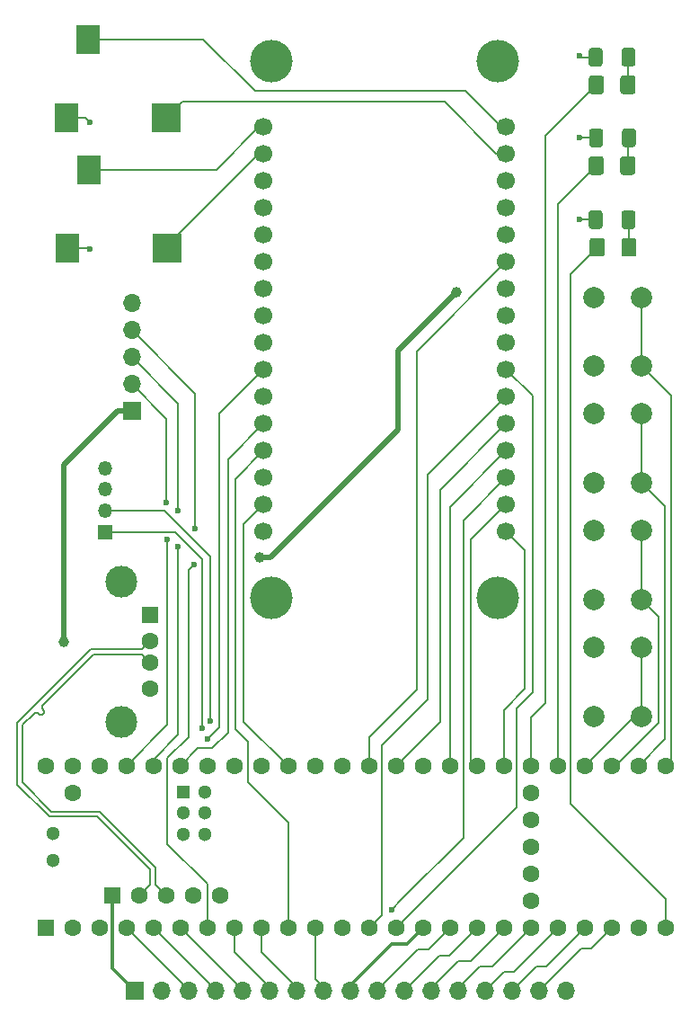
<source format=gbr>
%TF.GenerationSoftware,KiCad,Pcbnew,5.1.8-db9833491~87~ubuntu20.04.1*%
%TF.CreationDate,2020-11-22T18:04:31+08:00*%
%TF.ProjectId,mobo,6d6f626f-2e6b-4696-9361-645f70636258,rev?*%
%TF.SameCoordinates,Original*%
%TF.FileFunction,Copper,L1,Top*%
%TF.FilePolarity,Positive*%
%FSLAX46Y46*%
G04 Gerber Fmt 4.6, Leading zero omitted, Abs format (unit mm)*
G04 Created by KiCad (PCBNEW 5.1.8-db9833491~87~ubuntu20.04.1) date 2020-11-22 18:04:31*
%MOMM*%
%LPD*%
G01*
G04 APERTURE LIST*
%TA.AperFunction,ComponentPad*%
%ADD10O,1.700000X1.700000*%
%TD*%
%TA.AperFunction,ComponentPad*%
%ADD11R,1.700000X1.700000*%
%TD*%
%TA.AperFunction,ComponentPad*%
%ADD12C,2.000000*%
%TD*%
%TA.AperFunction,ComponentPad*%
%ADD13O,1.350000X1.350000*%
%TD*%
%TA.AperFunction,ComponentPad*%
%ADD14R,1.350000X1.350000*%
%TD*%
%TA.AperFunction,SMDPad,CuDef*%
%ADD15R,2.200000X2.800000*%
%TD*%
%TA.AperFunction,SMDPad,CuDef*%
%ADD16R,2.800000X2.800000*%
%TD*%
%TA.AperFunction,ComponentPad*%
%ADD17C,1.600000*%
%TD*%
%TA.AperFunction,ComponentPad*%
%ADD18R,1.500000X1.600000*%
%TD*%
%TA.AperFunction,ComponentPad*%
%ADD19C,3.000000*%
%TD*%
%TA.AperFunction,ComponentPad*%
%ADD20C,1.700000*%
%TD*%
%TA.AperFunction,ComponentPad*%
%ADD21C,4.000000*%
%TD*%
%TA.AperFunction,ComponentPad*%
%ADD22C,1.300000*%
%TD*%
%TA.AperFunction,ComponentPad*%
%ADD23R,1.300000X1.300000*%
%TD*%
%TA.AperFunction,ComponentPad*%
%ADD24R,1.600000X1.600000*%
%TD*%
%TA.AperFunction,ViaPad*%
%ADD25C,0.600000*%
%TD*%
%TA.AperFunction,ViaPad*%
%ADD26C,1.000000*%
%TD*%
%TA.AperFunction,Conductor*%
%ADD27C,0.203200*%
%TD*%
%TA.AperFunction,Conductor*%
%ADD28C,0.200000*%
%TD*%
%TA.AperFunction,Conductor*%
%ADD29C,0.304800*%
%TD*%
%TA.AperFunction,Conductor*%
%ADD30C,0.508000*%
%TD*%
G04 APERTURE END LIST*
%TO.P,R3,2*%
%TO.N,GND*%
%TA.AperFunction,SMDPad,CuDef*%
G36*
G01*
X70300000Y-16775000D02*
X70300000Y-18025000D01*
G75*
G02*
X70050000Y-18275000I-250000J0D01*
G01*
X69250000Y-18275000D01*
G75*
G02*
X69000000Y-18025000I0J250000D01*
G01*
X69000000Y-16775000D01*
G75*
G02*
X69250000Y-16525000I250000J0D01*
G01*
X70050000Y-16525000D01*
G75*
G02*
X70300000Y-16775000I0J-250000D01*
G01*
G37*
%TD.AperFunction*%
%TO.P,R3,1*%
%TO.N,Net-(D3-Pad1)*%
%TA.AperFunction,SMDPad,CuDef*%
G36*
G01*
X73400000Y-16775000D02*
X73400000Y-18025000D01*
G75*
G02*
X73150000Y-18275000I-250000J0D01*
G01*
X72350000Y-18275000D01*
G75*
G02*
X72100000Y-18025000I0J250000D01*
G01*
X72100000Y-16775000D01*
G75*
G02*
X72350000Y-16525000I250000J0D01*
G01*
X73150000Y-16525000D01*
G75*
G02*
X73400000Y-16775000I0J-250000D01*
G01*
G37*
%TD.AperFunction*%
%TD*%
%TO.P,D3,2*%
%TO.N,/LED_B*%
%TA.AperFunction,SMDPad,CuDef*%
G36*
G01*
X70435000Y-19375000D02*
X70435000Y-20625000D01*
G75*
G02*
X70185000Y-20875000I-250000J0D01*
G01*
X69260000Y-20875000D01*
G75*
G02*
X69010000Y-20625000I0J250000D01*
G01*
X69010000Y-19375000D01*
G75*
G02*
X69260000Y-19125000I250000J0D01*
G01*
X70185000Y-19125000D01*
G75*
G02*
X70435000Y-19375000I0J-250000D01*
G01*
G37*
%TD.AperFunction*%
%TO.P,D3,1*%
%TO.N,Net-(D3-Pad1)*%
%TA.AperFunction,SMDPad,CuDef*%
G36*
G01*
X73410000Y-19375000D02*
X73410000Y-20625000D01*
G75*
G02*
X73160000Y-20875000I-250000J0D01*
G01*
X72235000Y-20875000D01*
G75*
G02*
X71985000Y-20625000I0J250000D01*
G01*
X71985000Y-19375000D01*
G75*
G02*
X72235000Y-19125000I250000J0D01*
G01*
X73160000Y-19125000D01*
G75*
G02*
X73410000Y-19375000I0J-250000D01*
G01*
G37*
%TD.AperFunction*%
%TD*%
%TO.P,R2,2*%
%TO.N,GND*%
%TA.AperFunction,SMDPad,CuDef*%
G36*
G01*
X70350000Y-24375000D02*
X70350000Y-25625000D01*
G75*
G02*
X70100000Y-25875000I-250000J0D01*
G01*
X69300000Y-25875000D01*
G75*
G02*
X69050000Y-25625000I0J250000D01*
G01*
X69050000Y-24375000D01*
G75*
G02*
X69300000Y-24125000I250000J0D01*
G01*
X70100000Y-24125000D01*
G75*
G02*
X70350000Y-24375000I0J-250000D01*
G01*
G37*
%TD.AperFunction*%
%TO.P,R2,1*%
%TO.N,Net-(D2-Pad1)*%
%TA.AperFunction,SMDPad,CuDef*%
G36*
G01*
X73450000Y-24375000D02*
X73450000Y-25625000D01*
G75*
G02*
X73200000Y-25875000I-250000J0D01*
G01*
X72400000Y-25875000D01*
G75*
G02*
X72150000Y-25625000I0J250000D01*
G01*
X72150000Y-24375000D01*
G75*
G02*
X72400000Y-24125000I250000J0D01*
G01*
X73200000Y-24125000D01*
G75*
G02*
X73450000Y-24375000I0J-250000D01*
G01*
G37*
%TD.AperFunction*%
%TD*%
%TO.P,R1,2*%
%TO.N,GND*%
%TA.AperFunction,SMDPad,CuDef*%
G36*
G01*
X70300000Y-32075000D02*
X70300000Y-33325000D01*
G75*
G02*
X70050000Y-33575000I-250000J0D01*
G01*
X69250000Y-33575000D01*
G75*
G02*
X69000000Y-33325000I0J250000D01*
G01*
X69000000Y-32075000D01*
G75*
G02*
X69250000Y-31825000I250000J0D01*
G01*
X70050000Y-31825000D01*
G75*
G02*
X70300000Y-32075000I0J-250000D01*
G01*
G37*
%TD.AperFunction*%
%TO.P,R1,1*%
%TO.N,Net-(D1-Pad1)*%
%TA.AperFunction,SMDPad,CuDef*%
G36*
G01*
X73400000Y-32075000D02*
X73400000Y-33325000D01*
G75*
G02*
X73150000Y-33575000I-250000J0D01*
G01*
X72350000Y-33575000D01*
G75*
G02*
X72100000Y-33325000I0J250000D01*
G01*
X72100000Y-32075000D01*
G75*
G02*
X72350000Y-31825000I250000J0D01*
G01*
X73150000Y-31825000D01*
G75*
G02*
X73400000Y-32075000I0J-250000D01*
G01*
G37*
%TD.AperFunction*%
%TD*%
%TO.P,D2,2*%
%TO.N,/LED_G*%
%TA.AperFunction,SMDPad,CuDef*%
G36*
G01*
X70425000Y-26985000D02*
X70425000Y-28235000D01*
G75*
G02*
X70175000Y-28485000I-250000J0D01*
G01*
X69250000Y-28485000D01*
G75*
G02*
X69000000Y-28235000I0J250000D01*
G01*
X69000000Y-26985000D01*
G75*
G02*
X69250000Y-26735000I250000J0D01*
G01*
X70175000Y-26735000D01*
G75*
G02*
X70425000Y-26985000I0J-250000D01*
G01*
G37*
%TD.AperFunction*%
%TO.P,D2,1*%
%TO.N,Net-(D2-Pad1)*%
%TA.AperFunction,SMDPad,CuDef*%
G36*
G01*
X73400000Y-26985000D02*
X73400000Y-28235000D01*
G75*
G02*
X73150000Y-28485000I-250000J0D01*
G01*
X72225000Y-28485000D01*
G75*
G02*
X71975000Y-28235000I0J250000D01*
G01*
X71975000Y-26985000D01*
G75*
G02*
X72225000Y-26735000I250000J0D01*
G01*
X73150000Y-26735000D01*
G75*
G02*
X73400000Y-26985000I0J-250000D01*
G01*
G37*
%TD.AperFunction*%
%TD*%
%TO.P,D1,2*%
%TO.N,/LED_R*%
%TA.AperFunction,SMDPad,CuDef*%
G36*
G01*
X70525000Y-34675000D02*
X70525000Y-35925000D01*
G75*
G02*
X70275000Y-36175000I-250000J0D01*
G01*
X69350000Y-36175000D01*
G75*
G02*
X69100000Y-35925000I0J250000D01*
G01*
X69100000Y-34675000D01*
G75*
G02*
X69350000Y-34425000I250000J0D01*
G01*
X70275000Y-34425000D01*
G75*
G02*
X70525000Y-34675000I0J-250000D01*
G01*
G37*
%TD.AperFunction*%
%TO.P,D1,1*%
%TO.N,Net-(D1-Pad1)*%
%TA.AperFunction,SMDPad,CuDef*%
G36*
G01*
X73500000Y-34675000D02*
X73500000Y-35925000D01*
G75*
G02*
X73250000Y-36175000I-250000J0D01*
G01*
X72325000Y-36175000D01*
G75*
G02*
X72075000Y-35925000I0J250000D01*
G01*
X72075000Y-34675000D01*
G75*
G02*
X72325000Y-34425000I250000J0D01*
G01*
X73250000Y-34425000D01*
G75*
G02*
X73500000Y-34675000I0J-250000D01*
G01*
G37*
%TD.AperFunction*%
%TD*%
D10*
%TO.P,J6,17*%
%TO.N,GND*%
X66840000Y-105300000D03*
%TO.P,J6,16*%
%TO.N,/GPIO30*%
X64300000Y-105300000D03*
%TO.P,J6,15*%
%TO.N,/GPIO29*%
X61760000Y-105300000D03*
%TO.P,J6,14*%
%TO.N,/GPIO28*%
X59220000Y-105300000D03*
%TO.P,J6,13*%
%TO.N,/GPIO27*%
X56680000Y-105300000D03*
%TO.P,J6,12*%
%TO.N,/GPIO26*%
X54140000Y-105300000D03*
%TO.P,J6,11*%
%TO.N,/GPIO25*%
X51600000Y-105300000D03*
%TO.P,J6,10*%
%TO.N,/GPIO24*%
X49060000Y-105300000D03*
%TO.P,J6,9*%
%TO.N,/3V3_GPIO*%
X46520000Y-105300000D03*
%TO.P,J6,8*%
%TO.N,/GPIO9*%
X43980000Y-105300000D03*
%TO.P,J6,7*%
%TO.N,/GPIO7*%
X41440000Y-105300000D03*
%TO.P,J6,6*%
%TO.N,/GPIO6*%
X38900000Y-105300000D03*
%TO.P,J6,5*%
%TO.N,/GPIO4*%
X36360000Y-105300000D03*
%TO.P,J6,4*%
%TO.N,/GPIO3*%
X33820000Y-105300000D03*
%TO.P,J6,3*%
%TO.N,/GPIO2*%
X31280000Y-105300000D03*
%TO.P,J6,2*%
%TO.N,GND*%
X28740000Y-105300000D03*
D11*
%TO.P,J6,1*%
%TO.N,+5V*%
X26200000Y-105300000D03*
%TD*%
D12*
%TO.P,SW4,1*%
%TO.N,/SW4*%
X74000000Y-46500000D03*
%TO.P,SW4,2*%
%TO.N,GND*%
X69500000Y-46500000D03*
%TO.P,SW4,1*%
%TO.N,/SW4*%
X74000000Y-40000000D03*
%TO.P,SW4,2*%
%TO.N,GND*%
X69500000Y-40000000D03*
%TD*%
D10*
%TO.P,J5,5*%
%TO.N,GND*%
X25940000Y-40560000D03*
%TO.P,J5,4*%
%TO.N,/PIT_SEL*%
X25940000Y-43100000D03*
%TO.P,J5,3*%
%TO.N,/PIT_YOUT*%
X25940000Y-45640000D03*
%TO.P,J5,2*%
%TO.N,/PIT_XOUT*%
X25940000Y-48180000D03*
D11*
%TO.P,J5,1*%
%TO.N,+3V3*%
X25940000Y-50720000D03*
%TD*%
D13*
%TO.P,J4,4*%
%TO.N,GND*%
X23400000Y-56100000D03*
%TO.P,J4,3*%
%TO.N,+5V*%
X23400000Y-58100000D03*
%TO.P,J4,2*%
%TO.N,/LCD_SDA*%
X23400000Y-60100000D03*
D14*
%TO.P,J4,1*%
%TO.N,/LCD_SCL*%
X23400000Y-62100000D03*
%TD*%
D12*
%TO.P,SW3,1*%
%TO.N,/SW3*%
X74000000Y-57500000D03*
%TO.P,SW3,2*%
%TO.N,GND*%
X69500000Y-57500000D03*
%TO.P,SW3,1*%
%TO.N,/SW3*%
X74000000Y-51000000D03*
%TO.P,SW3,2*%
%TO.N,GND*%
X69500000Y-51000000D03*
%TD*%
%TO.P,SW2,1*%
%TO.N,/SW2*%
X74000000Y-68500000D03*
%TO.P,SW2,2*%
%TO.N,GND*%
X69500000Y-68500000D03*
%TO.P,SW2,1*%
%TO.N,/SW2*%
X74000000Y-62000000D03*
%TO.P,SW2,2*%
%TO.N,GND*%
X69500000Y-62000000D03*
%TD*%
%TO.P,SW1,1*%
%TO.N,/SW1*%
X74000000Y-79500000D03*
%TO.P,SW1,2*%
%TO.N,GND*%
X69500000Y-79500000D03*
%TO.P,SW1,1*%
%TO.N,/SW1*%
X74000000Y-73000000D03*
%TO.P,SW1,2*%
%TO.N,GND*%
X69500000Y-73000000D03*
%TD*%
D15*
%TO.P,J3,R*%
%TO.N,/LINEIN_R*%
X21900000Y-28000000D03*
%TO.P,J3,S*%
%TO.N,GNDA*%
X19900000Y-35400000D03*
D16*
%TO.P,J3,T*%
%TO.N,/LINEIN_L*%
X29300000Y-35400000D03*
%TD*%
D15*
%TO.P,J2,R*%
%TO.N,/LINEOUT_R*%
X21800000Y-15700000D03*
%TO.P,J2,S*%
%TO.N,GNDA*%
X19800000Y-23100000D03*
D16*
%TO.P,J2,T*%
%TO.N,/LINEOUT_L*%
X29200000Y-23100000D03*
%TD*%
D17*
%TO.P,J1,4*%
%TO.N,GND*%
X27700000Y-76900000D03*
%TO.P,J1,3*%
%TO.N,/USBH_DP*%
X27700000Y-74400000D03*
%TO.P,J1,2*%
%TO.N,/USBH_DN*%
X27700000Y-72400000D03*
D18*
%TO.P,J1,1*%
%TO.N,+5V*%
X27700000Y-69900000D03*
D19*
%TO.P,J1,5*%
%TO.N,GND*%
X24990000Y-79970000D03*
X24990000Y-66830000D03*
%TD*%
D20*
%TO.P,U2,1*%
%TO.N,/LINEIN_R*%
X38370000Y-23950000D03*
%TO.P,U2,2*%
%TO.N,/LINEIN_L*%
X38370000Y-26490000D03*
%TO.P,U2,3*%
%TO.N,Net-(U2-Pad3)*%
X38370000Y-29030000D03*
%TO.P,U2,4*%
%TO.N,GNDA*%
X38370000Y-31570000D03*
%TO.P,U2,5*%
%TO.N,Net-(U2-Pad5)*%
X38370000Y-34110000D03*
%TO.P,U2,6*%
%TO.N,Net-(U2-Pad6)*%
X38370000Y-36650000D03*
%TO.P,U2,7*%
%TO.N,Net-(U2-Pad7)*%
X38370000Y-39190000D03*
%TO.P,U2,8*%
%TO.N,Net-(U2-Pad8)*%
X38370000Y-41730000D03*
%TO.P,U2,9*%
%TO.N,Net-(U2-Pad9)*%
X38370000Y-44270000D03*
%TO.P,U2,10*%
%TO.N,/I2S_LRCLK*%
X38370000Y-46810000D03*
%TO.P,U2,11*%
%TO.N,Net-(U2-Pad11)*%
X38370000Y-49350000D03*
%TO.P,U2,12*%
%TO.N,/I2S_SCK*%
X38370000Y-51890000D03*
%TO.P,U2,13*%
%TO.N,/I2S_DATA*%
X38370000Y-54430000D03*
%TO.P,U2,14*%
%TO.N,Net-(U2-Pad14)*%
X38370000Y-56970000D03*
%TO.P,U2,15*%
%TO.N,/MIDI_TX*%
X38370000Y-59510000D03*
%TO.P,U2,16*%
%TO.N,Net-(U2-Pad16)*%
X38370000Y-62050000D03*
%TO.P,U2,32*%
%TO.N,/LINEOUT_R*%
X61230000Y-23950000D03*
%TO.P,U2,31*%
%TO.N,/LINEOUT_L*%
X61230000Y-26490000D03*
%TO.P,U2,30*%
%TO.N,GNDA*%
X61230000Y-29030000D03*
%TO.P,U2,29*%
X61230000Y-31570000D03*
%TO.P,U2,28*%
%TO.N,GND*%
X61230000Y-34110000D03*
%TO.P,U2,27*%
%TO.N,/VS_DREQ*%
X61230000Y-36650000D03*
%TO.P,U2,26*%
%TO.N,+5V*%
X61230000Y-39190000D03*
%TO.P,U2,25*%
%TO.N,Net-(U2-Pad25)*%
X61230000Y-41730000D03*
%TO.P,U2,24*%
%TO.N,GND*%
X61230000Y-44270000D03*
%TO.P,U2,23*%
%TO.N,/SPI_MISO*%
X61230000Y-46810000D03*
%TO.P,U2,22*%
%TO.N,/SPI_MOSI*%
X61230000Y-49350000D03*
%TO.P,U2,21*%
%TO.N,/SPI_SCK*%
X61230000Y-51890000D03*
%TO.P,U2,20*%
%TO.N,/VS_RST*%
X61230000Y-54430000D03*
%TO.P,U2,19*%
%TO.N,/SPI_CS*%
X61230000Y-56970000D03*
%TO.P,U2,18*%
%TO.N,/SPI_SDCS*%
X61230000Y-59510000D03*
%TO.P,U2,17*%
%TO.N,/SPI_XDCS*%
X61230000Y-62050000D03*
D21*
%TO.P,U2,M1*%
%TO.N,N/C*%
X39132000Y-17727000D03*
%TO.P,U2,M2*%
X39132000Y-68273000D03*
%TO.P,U2,M4*%
X60468000Y-17727000D03*
%TO.P,U2,M3*%
X60468000Y-68273000D03*
%TD*%
D22*
%TO.P,U1,67*%
%TO.N,Net-(U1-Pad67)*%
X18550000Y-90490000D03*
%TO.P,U1,66*%
%TO.N,Net-(U1-Pad66)*%
X18550000Y-93030000D03*
D17*
%TO.P,U1,54*%
%TO.N,Net-(U1-Pad54)*%
X63540000Y-86680000D03*
%TO.P,U1,53*%
%TO.N,Net-(U1-Pad53)*%
X63540000Y-89220000D03*
%TO.P,U1,52*%
%TO.N,GND*%
X63540000Y-91760000D03*
%TO.P,U1,51*%
%TO.N,Net-(U1-Pad51)*%
X63540000Y-94300000D03*
%TO.P,U1,50*%
%TO.N,Net-(U1-Pad50)*%
X63540000Y-96840000D03*
D22*
%TO.P,U1,62*%
%TO.N,Net-(U1-Pad62)*%
X30790000Y-90578400D03*
%TO.P,U1,63*%
%TO.N,Net-(U1-Pad63)*%
X32790000Y-90578400D03*
%TO.P,U1,64*%
%TO.N,GND*%
X32790000Y-88578400D03*
%TO.P,U1,61*%
%TO.N,Net-(U1-Pad61)*%
X30790000Y-88578400D03*
%TO.P,U1,65*%
%TO.N,Net-(U1-Pad65)*%
X32790000Y-86578400D03*
D23*
%TO.P,U1,60*%
%TO.N,Net-(U1-Pad60)*%
X30790000Y-86578400D03*
D17*
%TO.P,U1,17*%
%TO.N,/GPIO25*%
X58460000Y-99380000D03*
%TO.P,U1,18*%
%TO.N,/GPIO26*%
X61000000Y-99380000D03*
%TO.P,U1,19*%
%TO.N,/GPIO27*%
X63540000Y-99380000D03*
%TO.P,U1,20*%
%TO.N,/GPIO28*%
X66080000Y-99380000D03*
%TO.P,U1,16*%
%TO.N,/GPIO24*%
X55920000Y-99380000D03*
%TO.P,U1,15*%
%TO.N,/3V3_GPIO*%
X53380000Y-99380000D03*
%TO.P,U1,14*%
%TO.N,/SPI_MISO*%
X50840000Y-99380000D03*
%TO.P,U1,21*%
%TO.N,/GPIO29*%
X68620000Y-99380000D03*
%TO.P,U1,22*%
%TO.N,/GPIO30*%
X71160000Y-99380000D03*
%TO.P,U1,23*%
%TO.N,Net-(U1-Pad23)*%
X73700000Y-99380000D03*
%TO.P,U1,24*%
%TO.N,/LED_R*%
X76240000Y-99380000D03*
%TO.P,U1,25*%
%TO.N,/SW4*%
X76240000Y-84140000D03*
%TO.P,U1,26*%
%TO.N,/SW3*%
X73700000Y-84140000D03*
%TO.P,U1,27*%
%TO.N,/SW2*%
X71160000Y-84140000D03*
%TO.P,U1,28*%
%TO.N,/SW1*%
X68620000Y-84140000D03*
%TO.P,U1,29*%
%TO.N,/LED_G*%
X66080000Y-84140000D03*
%TO.P,U1,30*%
%TO.N,/LED_B*%
X63540000Y-84140000D03*
%TO.P,U1,31*%
%TO.N,/SPI_XDCS*%
X61000000Y-84140000D03*
%TO.P,U1,32*%
%TO.N,/SPI_SDCS*%
X58460000Y-84140000D03*
%TO.P,U1,33*%
%TO.N,/VS_RST*%
X55920000Y-84140000D03*
%TO.P,U1,34*%
%TO.N,GND*%
X53380000Y-84140000D03*
%TO.P,U1,13*%
%TO.N,/SPI_MOSI*%
X48300000Y-99380000D03*
%TO.P,U1,12*%
%TO.N,/SPI_CS*%
X45760000Y-99380000D03*
%TO.P,U1,11*%
%TO.N,/GPIO9*%
X43220000Y-99380000D03*
%TO.P,U1,10*%
%TO.N,/I2S_DATA*%
X40680000Y-99380000D03*
%TO.P,U1,9*%
%TO.N,/GPIO7*%
X38140000Y-99380000D03*
%TO.P,U1,8*%
%TO.N,/GPIO6*%
X35600000Y-99380000D03*
%TO.P,U1,7*%
%TO.N,/PIT_SEL*%
X33060000Y-99380000D03*
%TO.P,U1,6*%
%TO.N,/GPIO4*%
X30520000Y-99380000D03*
%TO.P,U1,5*%
%TO.N,/GPIO3*%
X27980000Y-99380000D03*
%TO.P,U1,4*%
%TO.N,/GPIO2*%
X25440000Y-99380000D03*
%TO.P,U1,3*%
%TO.N,Net-(U1-Pad3)*%
X22900000Y-99380000D03*
%TO.P,U1,2*%
%TO.N,Net-(U1-Pad2)*%
X20360000Y-99380000D03*
D24*
%TO.P,U1,1*%
%TO.N,GND*%
X17820000Y-99380000D03*
D17*
%TO.P,U1,35*%
%TO.N,/SPI_SCK*%
X50840000Y-84140000D03*
%TO.P,U1,36*%
%TO.N,/VS_DREQ*%
X48300000Y-84140000D03*
%TO.P,U1,37*%
%TO.N,Net-(U1-Pad37)*%
X45760000Y-84140000D03*
%TO.P,U1,38*%
%TO.N,Net-(U1-Pad38)*%
X43220000Y-84140000D03*
%TO.P,U1,39*%
%TO.N,/MIDI_TX*%
X40680000Y-84140000D03*
%TO.P,U1,40*%
%TO.N,/LCD_SDA*%
X38140000Y-84140000D03*
%TO.P,U1,41*%
%TO.N,/LCD_SCL*%
X35600000Y-84140000D03*
%TO.P,U1,42*%
%TO.N,/I2S_LRCLK*%
X33060000Y-84140000D03*
%TO.P,U1,43*%
%TO.N,/I2S_SCK*%
X30520000Y-84140000D03*
%TO.P,U1,44*%
%TO.N,/PIT_YOUT*%
X27980000Y-84140000D03*
%TO.P,U1,45*%
%TO.N,/PIT_XOUT*%
X25440000Y-84140000D03*
%TO.P,U1,46*%
%TO.N,+3V3*%
X22900000Y-84140000D03*
%TO.P,U1,47*%
%TO.N,GND*%
X20360000Y-84140000D03*
%TO.P,U1,48*%
%TO.N,+5V*%
X17820000Y-84140000D03*
D24*
%TO.P,U1,55*%
X24119200Y-96329200D03*
D17*
%TO.P,U1,56*%
%TO.N,/USBH_DN*%
X26659200Y-96329200D03*
%TO.P,U1,57*%
%TO.N,/USBH_DP*%
X29199200Y-96329200D03*
%TO.P,U1,58*%
%TO.N,GND*%
X31739200Y-96329200D03*
%TO.P,U1,59*%
X34279200Y-96329200D03*
%TO.P,U1,49*%
%TO.N,Net-(U1-Pad49)*%
X20360000Y-86680000D03*
%TD*%
D25*
%TO.N,GND*%
X68100000Y-17300000D03*
X68100000Y-25000000D03*
X68100000Y-32700000D03*
D26*
%TO.N,+5V*%
X38000000Y-64500000D03*
X56500000Y-39500000D03*
D25*
%TO.N,/SPI_CS*%
X50400000Y-97700000D03*
%TO.N,/LCD_SCL*%
X32600000Y-80600000D03*
%TO.N,/LCD_SDA*%
X33300000Y-79900000D03*
%TO.N,/I2S_LRCLK*%
X33100000Y-81600000D03*
%TO.N,/PIT_SEL*%
X31900000Y-61800000D03*
X31800000Y-65200000D03*
%TO.N,/PIT_YOUT*%
X30300000Y-63500000D03*
X30300000Y-60100000D03*
%TO.N,/PIT_XOUT*%
X29300000Y-62800000D03*
X29200000Y-59300000D03*
D26*
%TO.N,+3V3*%
X19500000Y-72500000D03*
D25*
%TO.N,GNDA*%
X22000000Y-35500000D03*
X22000000Y-23500000D03*
%TD*%
D27*
%TO.N,GND*%
X68200000Y-17400000D02*
X68100000Y-17300000D01*
X69650000Y-17400000D02*
X68200000Y-17400000D01*
X69700000Y-25000000D02*
X68100000Y-25000000D01*
X69650000Y-32700000D02*
X68100000Y-32700000D01*
D28*
%TO.N,/USBH_DP*%
X17515742Y-78413092D02*
X17557628Y-78360571D01*
X17471645Y-78539113D02*
X17486594Y-78473618D01*
X17471645Y-78606291D02*
X17471645Y-78539113D01*
X17486594Y-78671786D02*
X17471645Y-78606291D01*
X17515742Y-78732312D02*
X17486594Y-78671786D01*
X17557627Y-78784834D02*
X17515742Y-78732312D01*
X17020315Y-79138067D02*
X17080841Y-79167214D01*
X29199200Y-96329200D02*
X28154200Y-95284200D01*
X16887642Y-79123118D02*
X16954821Y-79123118D01*
X15625000Y-80293200D02*
X16709100Y-79209100D01*
X22293200Y-73625000D02*
X26925000Y-73625000D01*
X16709100Y-79209100D02*
X16761622Y-79167214D01*
X17580465Y-78807672D02*
X17557627Y-78784834D01*
X17622350Y-79179414D02*
X17651497Y-79118888D01*
X18393200Y-88475000D02*
X15625000Y-85706800D01*
X22893200Y-88475000D02*
X18393200Y-88475000D01*
X16822148Y-79138067D02*
X16887642Y-79123118D01*
X28154200Y-95284200D02*
X28154200Y-93736000D01*
X16954821Y-79123118D02*
X17020315Y-79138067D01*
X17467417Y-79302970D02*
X17527943Y-79273822D01*
X28154200Y-93736000D02*
X22893200Y-88475000D01*
X16761622Y-79167214D02*
X16822148Y-79138067D01*
X17486594Y-78473618D02*
X17515742Y-78413092D01*
X17208723Y-79273822D02*
X17269249Y-79302970D01*
X17557628Y-78360571D02*
X22293200Y-73625000D01*
X15625000Y-85706800D02*
X15625000Y-80293200D01*
X17133364Y-79209100D02*
X17156201Y-79231937D01*
X17080841Y-79167214D02*
X17133364Y-79209100D01*
X17666446Y-79053394D02*
X17666446Y-78986215D01*
X17156201Y-79231937D02*
X17208723Y-79273822D01*
X17651497Y-79118888D02*
X17666446Y-79053394D01*
X17651497Y-78920721D02*
X17622350Y-78860195D01*
X17334744Y-79317919D02*
X17401922Y-79317919D01*
X26925000Y-73625000D02*
X27700000Y-74400000D01*
X17401922Y-79317919D02*
X17467417Y-79302970D01*
X17269249Y-79302970D02*
X17334744Y-79317919D01*
X17527943Y-79273822D02*
X17580465Y-79231937D01*
X17580465Y-79231937D02*
X17622350Y-79179414D01*
X17622350Y-78860195D02*
X17580465Y-78807672D01*
X17666446Y-78986215D02*
X17651497Y-78920721D01*
%TO.N,/USBH_DN*%
X27704200Y-95284200D02*
X27704200Y-93922400D01*
X26659200Y-96329200D02*
X27704200Y-95284200D01*
X27704200Y-93922400D02*
X22706800Y-88925000D01*
X22706800Y-88925000D02*
X18206800Y-88925000D01*
X18206800Y-88925000D02*
X15175000Y-85893200D01*
X15175000Y-85893200D02*
X15175000Y-80106800D01*
X26925000Y-73175000D02*
X27700000Y-72400000D01*
X22106800Y-73175000D02*
X26925000Y-73175000D01*
X15175000Y-80106800D02*
X22106800Y-73175000D01*
D29*
%TO.N,+5V*%
X24119200Y-96329200D02*
X24200000Y-96410000D01*
X24119200Y-103219200D02*
X26200000Y-105300000D01*
X24119200Y-96329200D02*
X24119200Y-103219200D01*
D30*
X38000000Y-64500000D02*
X39000000Y-64500000D01*
X39000000Y-64500000D02*
X51000000Y-52500000D01*
X51000000Y-52500000D02*
X51000000Y-45000000D01*
X51000000Y-45000000D02*
X56500000Y-39500000D01*
D27*
%TO.N,/LINEOUT_L*%
X30700000Y-21600000D02*
X29200000Y-23100000D01*
X55400000Y-21600000D02*
X30700000Y-21600000D01*
X60290000Y-26490000D02*
X55400000Y-21600000D01*
X61230000Y-26490000D02*
X60290000Y-26490000D01*
%TO.N,/LINEOUT_R*%
X32700000Y-15700000D02*
X21800000Y-15700000D01*
X37600000Y-20600000D02*
X32700000Y-15700000D01*
X60750000Y-23950000D02*
X57400000Y-20600000D01*
X57400000Y-20600000D02*
X37600000Y-20600000D01*
X61230000Y-23950000D02*
X60750000Y-23950000D01*
%TO.N,/LINEIN_L*%
X29300000Y-35400000D02*
X29300000Y-35100000D01*
X37910000Y-26490000D02*
X38370000Y-26490000D01*
X29300000Y-35100000D02*
X37910000Y-26490000D01*
%TO.N,/LINEIN_R*%
X33900000Y-28000000D02*
X21900000Y-28000000D01*
X37950000Y-23950000D02*
X33900000Y-28000000D01*
X38370000Y-23950000D02*
X37950000Y-23950000D01*
%TO.N,/SPI_MISO*%
X63700000Y-49280000D02*
X61230000Y-46810000D01*
X63700000Y-77200000D02*
X63700000Y-49280000D01*
X62200000Y-78700000D02*
X63700000Y-77200000D01*
X62200000Y-88020000D02*
X62200000Y-78700000D01*
X50840000Y-99380000D02*
X62200000Y-88020000D01*
%TO.N,/SPI_MOSI*%
X53840000Y-56740000D02*
X61230000Y-49350000D01*
X53840000Y-77860000D02*
X53840000Y-56740000D01*
X49500000Y-82200000D02*
X53840000Y-77860000D01*
X49500000Y-98180000D02*
X49500000Y-82200000D01*
X48300000Y-99380000D02*
X49500000Y-98180000D01*
%TO.N,/SPI_CS*%
X57200000Y-90900000D02*
X51400000Y-96700000D01*
X51400000Y-96700000D02*
X50400000Y-97700000D01*
X57200000Y-61000000D02*
X57200000Y-90900000D01*
X61230000Y-56970000D02*
X57200000Y-61000000D01*
%TO.N,/SPI_SCK*%
X55000000Y-58120000D02*
X61230000Y-51890000D01*
X55000000Y-79980000D02*
X55000000Y-58120000D01*
X50840000Y-84140000D02*
X55000000Y-79980000D01*
%TO.N,/SPI_XDCS*%
X63000000Y-76900000D02*
X63000000Y-63820000D01*
X61000000Y-78900000D02*
X63000000Y-76900000D01*
X63000000Y-63820000D02*
X61230000Y-62050000D01*
X61000000Y-84140000D02*
X61000000Y-78900000D01*
%TO.N,/SPI_SDCS*%
X57900000Y-62840000D02*
X61230000Y-59510000D01*
X57900000Y-83580000D02*
X57900000Y-62840000D01*
X58460000Y-84140000D02*
X57900000Y-83580000D01*
%TO.N,/VS_RST*%
X55920000Y-59740000D02*
X55920000Y-84140000D01*
X61230000Y-54430000D02*
X55920000Y-59740000D01*
%TO.N,/VS_DREQ*%
X52790000Y-45090000D02*
X61230000Y-36650000D01*
X52790000Y-76910000D02*
X52790000Y-45090000D01*
X48300000Y-81400000D02*
X52790000Y-76910000D01*
X48300000Y-84140000D02*
X48300000Y-81400000D01*
%TO.N,/LCD_SCL*%
X32600000Y-64700000D02*
X32600000Y-80600000D01*
X30000000Y-62100000D02*
X32600000Y-64700000D01*
X23400000Y-62100000D02*
X30000000Y-62100000D01*
%TO.N,/LCD_SDA*%
X33300000Y-64400000D02*
X33300000Y-79900000D01*
X29000000Y-60100000D02*
X33300000Y-64400000D01*
X23400000Y-60100000D02*
X29000000Y-60100000D01*
%TO.N,/I2S_DATA*%
X36900000Y-85700000D02*
X40680000Y-89480000D01*
X36900000Y-81900000D02*
X36900000Y-85700000D01*
X40680000Y-89480000D02*
X40680000Y-99380000D01*
X35700000Y-80700000D02*
X36900000Y-81900000D01*
X35700000Y-57100000D02*
X35700000Y-80700000D01*
X38370000Y-54430000D02*
X35700000Y-57100000D01*
%TO.N,/I2S_LRCLK*%
X34200000Y-80500000D02*
X33100000Y-81600000D01*
X34200000Y-50980000D02*
X34200000Y-80500000D01*
X38370000Y-46810000D02*
X34200000Y-50980000D01*
%TO.N,/I2S_SCK*%
X35000000Y-55260000D02*
X38370000Y-51890000D01*
X35000000Y-81000000D02*
X35000000Y-55260000D01*
X33520000Y-82480000D02*
X35000000Y-81000000D01*
X32180000Y-82480000D02*
X33520000Y-82480000D01*
X30520000Y-84140000D02*
X32180000Y-82480000D01*
%TO.N,/MIDI_TX*%
X36500000Y-61380000D02*
X38370000Y-59510000D01*
X36500000Y-79960000D02*
X36500000Y-61380000D01*
X40680000Y-84140000D02*
X36500000Y-79960000D01*
%TO.N,/PIT_SEL*%
X31900000Y-49060000D02*
X31900000Y-61800000D01*
X25940000Y-43100000D02*
X31900000Y-49060000D01*
X33060000Y-96240000D02*
X33060000Y-96052486D01*
X33060000Y-99380000D02*
X33060000Y-96240000D01*
X33060000Y-95260000D02*
X33060000Y-96240000D01*
X29300000Y-83400000D02*
X29300000Y-91500000D01*
X31300000Y-81400000D02*
X29300000Y-83400000D01*
X29300000Y-91500000D02*
X33060000Y-95260000D01*
X31300000Y-65700000D02*
X31300000Y-81400000D01*
X31800000Y-65200000D02*
X31300000Y-65700000D01*
%TO.N,/PIT_YOUT*%
X30300000Y-65500000D02*
X30300000Y-63500000D01*
X30300000Y-65300000D02*
X30300000Y-65500000D01*
X30300000Y-50000000D02*
X25940000Y-45640000D01*
X30300000Y-60100000D02*
X30300000Y-50000000D01*
X27980000Y-83520000D02*
X27980000Y-84140000D01*
X30300000Y-81200000D02*
X27980000Y-83520000D01*
X30300000Y-65500000D02*
X30300000Y-81200000D01*
%TO.N,/PIT_XOUT*%
X29300000Y-80280000D02*
X25440000Y-84140000D01*
X29300000Y-66500000D02*
X29300000Y-80280000D01*
X29300000Y-66500000D02*
X29300000Y-62800000D01*
X29200000Y-51440000D02*
X29200000Y-53400000D01*
X25940000Y-48180000D02*
X29200000Y-51440000D01*
X29200000Y-59300000D02*
X29200000Y-53400000D01*
D30*
%TO.N,+3V3*%
X19500000Y-55802000D02*
X19500000Y-72500000D01*
X24582000Y-50720000D02*
X19500000Y-55802000D01*
X25940000Y-50720000D02*
X24582000Y-50720000D01*
D27*
%TO.N,/GPIO29*%
X64060000Y-103000000D02*
X61760000Y-105300000D01*
X65000000Y-103000000D02*
X64060000Y-103000000D01*
X68620000Y-99380000D02*
X65000000Y-103000000D01*
%TO.N,/GPIO28*%
X66080000Y-99380000D02*
X61960000Y-103500000D01*
X61020000Y-103500000D02*
X59220000Y-105300000D01*
X61960000Y-103500000D02*
X61020000Y-103500000D01*
%TO.N,/GPIO27*%
X56680000Y-105020000D02*
X56680000Y-105300000D01*
X58700000Y-103000000D02*
X56680000Y-105020000D01*
X59920000Y-103000000D02*
X58700000Y-103000000D01*
X63540000Y-99380000D02*
X59920000Y-103000000D01*
%TO.N,/GPIO26*%
X54140000Y-105060000D02*
X54140000Y-105300000D01*
X56700000Y-102500000D02*
X54140000Y-105060000D01*
X57880000Y-102500000D02*
X56700000Y-102500000D01*
X61000000Y-99380000D02*
X57880000Y-102500000D01*
%TO.N,/GPIO25*%
X55840000Y-102000000D02*
X54900000Y-102000000D01*
X54900000Y-102000000D02*
X51600000Y-105300000D01*
X58460000Y-99380000D02*
X55840000Y-102000000D01*
%TO.N,/GPIO24*%
X49060000Y-105300000D02*
X49060000Y-105440000D01*
X49060000Y-105240000D02*
X49060000Y-105300000D01*
X52900000Y-101400000D02*
X49060000Y-105240000D01*
X53900000Y-101400000D02*
X52900000Y-101400000D01*
X55920000Y-99380000D02*
X53900000Y-101400000D01*
%TO.N,/GPIO9*%
X43220000Y-104240000D02*
X43980000Y-105000000D01*
X43220000Y-99380000D02*
X43220000Y-104240000D01*
%TO.N,/GPIO7*%
X38140000Y-101700000D02*
X41440000Y-105000000D01*
X38140000Y-99380000D02*
X38140000Y-101700000D01*
%TO.N,/GPIO6*%
X35600000Y-101700000D02*
X38900000Y-105000000D01*
X35600000Y-99380000D02*
X35600000Y-101700000D01*
%TO.N,/GPIO4*%
X36140000Y-105000000D02*
X36360000Y-105000000D01*
X30520000Y-99380000D02*
X36140000Y-105000000D01*
%TO.N,/GPIO3*%
X33600000Y-105000000D02*
X33820000Y-105000000D01*
X27980000Y-99380000D02*
X33600000Y-105000000D01*
%TO.N,/GPIO2*%
X31060000Y-105000000D02*
X31280000Y-105000000D01*
X25440000Y-99380000D02*
X31060000Y-105000000D01*
%TO.N,/LED_R*%
X76240000Y-99380000D02*
X76240000Y-96640000D01*
X76240000Y-96640000D02*
X67300000Y-87700000D01*
X67300000Y-37812500D02*
X69812500Y-35300000D01*
X67300000Y-87700000D02*
X67300000Y-37812500D01*
%TO.N,Net-(D1-Pad1)*%
X72787500Y-32737500D02*
X72750000Y-32700000D01*
X72787500Y-35300000D02*
X72787500Y-32737500D01*
%TO.N,/LED_G*%
X66080000Y-31242500D02*
X69712500Y-27610000D01*
X66080000Y-84140000D02*
X66080000Y-31242500D01*
%TO.N,Net-(D2-Pad1)*%
X72687500Y-25112500D02*
X72800000Y-25000000D01*
X72687500Y-27610000D02*
X72687500Y-25112500D01*
%TO.N,/LED_B*%
X64900000Y-24822500D02*
X69722500Y-20000000D01*
X64900000Y-78200000D02*
X64900000Y-24822500D01*
X63540000Y-79560000D02*
X64900000Y-78200000D01*
X63540000Y-84140000D02*
X63540000Y-79560000D01*
%TO.N,Net-(D3-Pad1)*%
X72697500Y-17452500D02*
X72750000Y-17400000D01*
X72697500Y-20000000D02*
X72697500Y-17452500D01*
%TO.N,/SW1*%
X73260000Y-79500000D02*
X74000000Y-79500000D01*
X68620000Y-84140000D02*
X73260000Y-79500000D01*
X74000000Y-79500000D02*
X74000000Y-73000000D01*
%TO.N,/SW2*%
X75600000Y-80100000D02*
X75600000Y-70100000D01*
X71560000Y-84140000D02*
X75600000Y-80100000D01*
X75600000Y-70100000D02*
X74000000Y-68500000D01*
X71160000Y-84140000D02*
X71560000Y-84140000D01*
X74000000Y-68500000D02*
X74000000Y-62000000D01*
%TO.N,/SW3*%
X76200000Y-59700000D02*
X74000000Y-57500000D01*
X76200000Y-81640000D02*
X76200000Y-59700000D01*
X73700000Y-84140000D02*
X76200000Y-81640000D01*
X74000000Y-57500000D02*
X74000000Y-51000000D01*
%TO.N,/SW4*%
X76800000Y-49300000D02*
X74000000Y-46500000D01*
X76800000Y-83580000D02*
X76800000Y-49300000D01*
X76240000Y-84140000D02*
X76800000Y-83580000D01*
X74000000Y-46500000D02*
X74000000Y-40000000D01*
%TO.N,GNDA*%
X21900000Y-35400000D02*
X22000000Y-35500000D01*
X19900000Y-35400000D02*
X21900000Y-35400000D01*
X21600000Y-23100000D02*
X22000000Y-23500000D01*
X19800000Y-23100000D02*
X21600000Y-23100000D01*
D29*
%TO.N,/3V3_GPIO*%
X46520000Y-104780000D02*
X46520000Y-105300000D01*
X50400000Y-100900000D02*
X46520000Y-104780000D01*
X51860000Y-100900000D02*
X50400000Y-100900000D01*
X53380000Y-99380000D02*
X51860000Y-100900000D01*
D27*
%TO.N,/GPIO30*%
X64300000Y-105300000D02*
X68300000Y-101300000D01*
X69240000Y-101300000D02*
X71160000Y-99380000D01*
X68300000Y-101300000D02*
X69240000Y-101300000D01*
%TD*%
M02*

</source>
